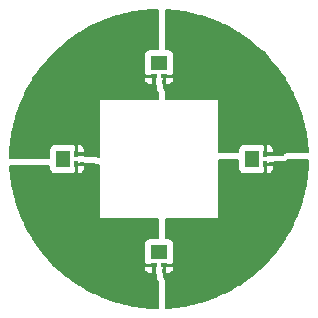
<source format=gbr>
%TF.GenerationSoftware,KiCad,Pcbnew,7.0.7*%
%TF.CreationDate,2024-01-19T08:56:41-05:00*%
%TF.ProjectId,LED_board,4c45445f-626f-4617-9264-2e6b69636164,rev?*%
%TF.SameCoordinates,Original*%
%TF.FileFunction,Copper,L1,Top*%
%TF.FilePolarity,Positive*%
%FSLAX46Y46*%
G04 Gerber Fmt 4.6, Leading zero omitted, Abs format (unit mm)*
G04 Created by KiCad (PCBNEW 7.0.7) date 2024-01-19 08:56:41*
%MOMM*%
%LPD*%
G01*
G04 APERTURE LIST*
%TA.AperFunction,SMDPad,CuDef*%
%ADD10R,0.560000X0.330000*%
%TD*%
%TA.AperFunction,SMDPad,CuDef*%
%ADD11R,1.410000X1.270000*%
%TD*%
%TA.AperFunction,SMDPad,CuDef*%
%ADD12R,0.330000X0.560000*%
%TD*%
%TA.AperFunction,SMDPad,CuDef*%
%ADD13R,1.270000X1.410000*%
%TD*%
%TA.AperFunction,ViaPad*%
%ADD14C,3.000000*%
%TD*%
%TA.AperFunction,Conductor*%
%ADD15C,0.250000*%
%TD*%
G04 APERTURE END LIST*
D10*
%TO.P,D2,1*%
%TO.N,/GND*%
X100430000Y-92955000D03*
%TO.P,D2,2*%
%TO.N,Net-(D1-Pad1)*%
X99570000Y-92955000D03*
D11*
%TO.P,D2,3,EXP*%
%TO.N,unconnected-(D2-EXP-Pad3)*%
X100000000Y-91905000D03*
%TD*%
D12*
%TO.P,D4,1*%
%TO.N,/GND*%
X108955000Y-99570000D03*
%TO.P,D4,2*%
%TO.N,Net-(D3-Pad1)*%
X108955000Y-100430000D03*
D13*
%TO.P,D4,3,EXP*%
%TO.N,unconnected-(D4-EXP-Pad3)*%
X107905000Y-100000000D03*
%TD*%
D12*
%TO.P,D1,1*%
%TO.N,Net-(D1-Pad1)*%
X92955000Y-99570000D03*
%TO.P,D1,2*%
%TO.N,/Vin*%
X92955000Y-100430000D03*
D13*
%TO.P,D1,3,EXP*%
%TO.N,unconnected-(D1-EXP-Pad3)*%
X91905000Y-100000000D03*
%TD*%
D10*
%TO.P,D3,1*%
%TO.N,Net-(D3-Pad1)*%
X100430000Y-108955000D03*
%TO.P,D3,2*%
%TO.N,/Vin*%
X99570000Y-108955000D03*
D11*
%TO.P,D3,3,EXP*%
%TO.N,unconnected-(D3-EXP-Pad3)*%
X100000000Y-107905000D03*
%TD*%
D14*
%TO.N,/Vin*%
X92000000Y-108000000D03*
%TO.N,/GND*%
X108000000Y-92000000D03*
%TD*%
D15*
%TO.N,Net-(D1-Pad1)*%
X99570000Y-92955000D02*
X99570000Y-93930000D01*
X92955000Y-98545000D02*
X93000000Y-98500000D01*
X92955000Y-99570000D02*
X92955000Y-98545000D01*
X99570000Y-93930000D02*
X99500000Y-94000000D01*
X98045000Y-92955000D02*
X98000000Y-93000000D01*
X93930000Y-99570000D02*
X94000000Y-99500000D01*
X92955000Y-99570000D02*
X93930000Y-99570000D01*
X99570000Y-92955000D02*
X98045000Y-92955000D01*
%TO.N,/Vin*%
X99570000Y-108955000D02*
X98545000Y-108955000D01*
X94430000Y-100430000D02*
X94500000Y-100500000D01*
X98545000Y-108955000D02*
X98500000Y-109000000D01*
X92955000Y-100430000D02*
X94430000Y-100430000D01*
X92955000Y-100430000D02*
X92955000Y-102455000D01*
X99570000Y-108955000D02*
X99570000Y-109930000D01*
X99570000Y-109930000D02*
X99500000Y-110000000D01*
X92955000Y-102455000D02*
X93000000Y-102500000D01*
%TO.N,/GND*%
X100430000Y-92955000D02*
X100430000Y-93930000D01*
X108955000Y-99570000D02*
X110430000Y-99570000D01*
X108955000Y-98545000D02*
X109000000Y-98500000D01*
X100430000Y-93930000D02*
X100500000Y-94000000D01*
X100430000Y-92955000D02*
X101955000Y-92955000D01*
X110430000Y-99570000D02*
X110500000Y-99500000D01*
X101955000Y-92955000D02*
X102000000Y-93000000D01*
X108955000Y-99570000D02*
X108955000Y-98545000D01*
%TO.N,Net-(D3-Pad1)*%
X100430000Y-108955000D02*
X100430000Y-109930000D01*
X108955000Y-101455000D02*
X109000000Y-101500000D01*
X101955000Y-108955000D02*
X102000000Y-109000000D01*
X109930000Y-100430000D02*
X110000000Y-100500000D01*
X100430000Y-108955000D02*
X101955000Y-108955000D01*
X108955000Y-100430000D02*
X109930000Y-100430000D01*
X108955000Y-100430000D02*
X108955000Y-101455000D01*
X100430000Y-109930000D02*
X100500000Y-110000000D01*
%TD*%
%TA.AperFunction,Conductor*%
%TO.N,Net-(D1-Pad1)*%
G36*
X99940087Y-87321872D02*
G01*
X99987305Y-87373372D01*
X100000000Y-87428027D01*
X100000000Y-90645500D01*
X99980315Y-90712539D01*
X99927511Y-90758294D01*
X99876000Y-90769500D01*
X99247129Y-90769500D01*
X99247123Y-90769501D01*
X99187516Y-90775908D01*
X99052671Y-90826202D01*
X99052664Y-90826206D01*
X98937455Y-90912452D01*
X98937452Y-90912455D01*
X98851206Y-91027664D01*
X98851202Y-91027671D01*
X98800908Y-91162517D01*
X98794501Y-91222116D01*
X98794500Y-91222135D01*
X98794500Y-92587870D01*
X98794501Y-92587874D01*
X98799827Y-92637417D01*
X98797214Y-92679185D01*
X98796402Y-92682619D01*
X98790000Y-92742171D01*
X98790000Y-92790000D01*
X98794876Y-92790000D01*
X98861915Y-92809685D01*
X98894140Y-92839686D01*
X98937454Y-92897546D01*
X98937455Y-92897546D01*
X98937456Y-92897548D01*
X98943725Y-92903817D01*
X98942550Y-92904991D01*
X98978240Y-92952666D01*
X98983224Y-93022358D01*
X98949739Y-93083681D01*
X98888416Y-93117166D01*
X98862058Y-93120000D01*
X98790000Y-93120000D01*
X98790000Y-93167844D01*
X98796401Y-93227372D01*
X98796403Y-93227379D01*
X98846645Y-93362086D01*
X98846649Y-93362093D01*
X98932809Y-93477187D01*
X98932812Y-93477190D01*
X99047906Y-93563350D01*
X99047913Y-93563354D01*
X99182620Y-93613596D01*
X99182627Y-93613598D01*
X99242155Y-93619999D01*
X99242172Y-93620000D01*
X99405000Y-93620000D01*
X99405000Y-93207071D01*
X99424685Y-93140032D01*
X99477489Y-93094277D01*
X99546647Y-93084333D01*
X99610203Y-93113358D01*
X99647977Y-93172136D01*
X99652290Y-93193818D01*
X99655908Y-93227483D01*
X99706202Y-93362327D01*
X99706203Y-93362328D01*
X99706204Y-93362331D01*
X99710265Y-93367755D01*
X99734684Y-93433216D01*
X99735000Y-93442068D01*
X99735000Y-93620000D01*
X99768181Y-93653181D01*
X99801666Y-93714504D01*
X99804500Y-93740862D01*
X99804500Y-93847255D01*
X99802775Y-93862872D01*
X99803061Y-93862899D01*
X99802326Y-93870665D01*
X99804500Y-93939814D01*
X99804500Y-93969343D01*
X99804501Y-93969360D01*
X99805368Y-93976231D01*
X99805826Y-93982050D01*
X99807290Y-94028624D01*
X99807291Y-94028627D01*
X99812880Y-94047867D01*
X99816824Y-94066911D01*
X99819336Y-94086791D01*
X99836490Y-94130119D01*
X99838382Y-94135647D01*
X99851381Y-94180388D01*
X99861580Y-94197634D01*
X99870138Y-94215103D01*
X99877514Y-94233732D01*
X99904898Y-94271423D01*
X99908106Y-94276307D01*
X99931829Y-94316420D01*
X99945994Y-94330585D01*
X99958627Y-94345376D01*
X99974991Y-94367898D01*
X99972613Y-94369625D01*
X99997927Y-94419614D01*
X100000000Y-94442196D01*
X100000000Y-94875500D01*
X99980315Y-94942539D01*
X99927511Y-94988294D01*
X99876000Y-94999500D01*
X95024760Y-94999500D01*
X95024554Y-94999459D01*
X95000000Y-94999459D01*
X94999901Y-94999500D01*
X94999617Y-94999616D01*
X94999615Y-94999618D01*
X94999459Y-94999999D01*
X94999476Y-95024616D01*
X94999471Y-95024616D01*
X94999500Y-95024759D01*
X94999500Y-99821096D01*
X94979815Y-99888135D01*
X94927011Y-99933890D01*
X94857853Y-99943834D01*
X94807569Y-99923426D01*
X94807421Y-99923697D01*
X94805118Y-99922431D01*
X94802617Y-99921416D01*
X94800581Y-99919936D01*
X94783029Y-99910288D01*
X94766763Y-99899604D01*
X94750936Y-99887327D01*
X94750935Y-99887326D01*
X94750933Y-99887325D01*
X94708168Y-99868818D01*
X94702922Y-99866248D01*
X94662093Y-99843803D01*
X94662092Y-99843802D01*
X94642693Y-99838822D01*
X94624281Y-99832518D01*
X94605898Y-99824562D01*
X94605892Y-99824560D01*
X94559874Y-99817272D01*
X94554152Y-99816087D01*
X94509021Y-99804500D01*
X94509019Y-99804500D01*
X94488984Y-99804500D01*
X94469586Y-99802973D01*
X94462162Y-99801797D01*
X94449805Y-99799840D01*
X94449804Y-99799840D01*
X94403416Y-99804225D01*
X94397578Y-99804500D01*
X93740862Y-99804500D01*
X93673823Y-99784815D01*
X93653181Y-99768181D01*
X93620000Y-99735000D01*
X93442069Y-99735000D01*
X93375030Y-99715315D01*
X93367758Y-99710267D01*
X93362328Y-99706202D01*
X93362329Y-99706202D01*
X93227482Y-99655908D01*
X93227483Y-99655908D01*
X93193815Y-99652289D01*
X93129264Y-99625551D01*
X93089416Y-99568159D01*
X93086922Y-99498334D01*
X93122574Y-99438245D01*
X93185054Y-99406970D01*
X93207070Y-99405000D01*
X93620000Y-99405000D01*
X93620000Y-99242172D01*
X93619999Y-99242155D01*
X93613598Y-99182627D01*
X93613596Y-99182620D01*
X93563354Y-99047913D01*
X93563350Y-99047906D01*
X93477190Y-98932812D01*
X93477187Y-98932809D01*
X93362093Y-98846649D01*
X93362086Y-98846645D01*
X93227379Y-98796403D01*
X93227372Y-98796401D01*
X93167844Y-98790000D01*
X93120000Y-98790000D01*
X93120000Y-98862057D01*
X93100315Y-98929096D01*
X93047511Y-98974851D01*
X92978353Y-98984795D01*
X92914797Y-98955770D01*
X92900412Y-98940320D01*
X92897547Y-98937455D01*
X92839688Y-98894141D01*
X92797818Y-98838207D01*
X92790000Y-98794875D01*
X92790000Y-98790000D01*
X92742172Y-98790000D01*
X92682615Y-98796402D01*
X92679178Y-98797215D01*
X92637417Y-98799826D01*
X92587873Y-98794500D01*
X92587864Y-98794500D01*
X91222129Y-98794500D01*
X91222123Y-98794501D01*
X91162516Y-98800908D01*
X91027671Y-98851202D01*
X91027664Y-98851206D01*
X90912455Y-98937452D01*
X90912452Y-98937455D01*
X90826206Y-99052664D01*
X90826202Y-99052671D01*
X90775910Y-99187513D01*
X90775909Y-99187517D01*
X90769500Y-99247127D01*
X90769500Y-99876001D01*
X90749817Y-99943039D01*
X90697013Y-99988794D01*
X90645501Y-100000000D01*
X87428028Y-100000000D01*
X87360989Y-99980315D01*
X87315234Y-99927511D01*
X87304077Y-99872522D01*
X87312616Y-99568159D01*
X87318481Y-99359120D01*
X87326462Y-99216993D01*
X87374368Y-98649047D01*
X87390305Y-98507602D01*
X87469976Y-97943263D01*
X87493821Y-97802922D01*
X87605008Y-97243947D01*
X87636686Y-97105152D01*
X87779036Y-96553305D01*
X87818465Y-96416447D01*
X87991532Y-95873455D01*
X88038539Y-95739118D01*
X88241797Y-95206639D01*
X88296266Y-95075136D01*
X88529057Y-94554901D01*
X88543772Y-94524343D01*
X88590823Y-94426639D01*
X88852429Y-93920252D01*
X88921268Y-93795697D01*
X89210854Y-93304778D01*
X89286590Y-93184247D01*
X89603231Y-92710359D01*
X89685593Y-92594281D01*
X90028305Y-92138896D01*
X90117096Y-92027558D01*
X90205841Y-91922462D01*
X90484764Y-91592151D01*
X90579646Y-91485977D01*
X90971167Y-91071851D01*
X91071851Y-90971167D01*
X91485977Y-90579646D01*
X91592151Y-90484764D01*
X92027558Y-90117096D01*
X92052828Y-90096943D01*
X92138896Y-90028305D01*
X92594281Y-89685593D01*
X92710359Y-89603231D01*
X93184243Y-89286592D01*
X93304778Y-89210854D01*
X93795697Y-88921268D01*
X93920252Y-88852429D01*
X94426639Y-88590823D01*
X94554901Y-88529057D01*
X94592852Y-88512074D01*
X95075136Y-88296266D01*
X95206639Y-88241797D01*
X95739118Y-88038539D01*
X95873455Y-87991532D01*
X96416484Y-87818453D01*
X96553296Y-87779039D01*
X97105152Y-87636686D01*
X97243947Y-87605008D01*
X97802922Y-87493821D01*
X97943263Y-87469976D01*
X98507602Y-87390305D01*
X98649047Y-87374368D01*
X99216993Y-87326462D01*
X99359109Y-87318481D01*
X99872524Y-87304076D01*
X99940087Y-87321872D01*
G37*
%TD.AperFunction*%
%TD*%
%TA.AperFunction,Conductor*%
%TO.N,/GND*%
G36*
X100640886Y-87318481D02*
G01*
X100783014Y-87326463D01*
X101350925Y-87374365D01*
X101492386Y-87390303D01*
X102056725Y-87469975D01*
X102197090Y-87493824D01*
X102756065Y-87605011D01*
X102894849Y-87636687D01*
X103409401Y-87769417D01*
X103446687Y-87779035D01*
X103583549Y-87818464D01*
X104126516Y-87991524D01*
X104260898Y-88038545D01*
X104793347Y-88241792D01*
X104924887Y-88296277D01*
X105247488Y-88440631D01*
X105445098Y-88529057D01*
X105573378Y-88590832D01*
X106079725Y-88852417D01*
X106204330Y-88921285D01*
X106695206Y-89210845D01*
X106769218Y-89257350D01*
X106815761Y-89286596D01*
X106953029Y-89378315D01*
X107289631Y-89603225D01*
X107405739Y-89685609D01*
X107861098Y-90028301D01*
X107898054Y-90057773D01*
X107972441Y-90117096D01*
X108407838Y-90484755D01*
X108514024Y-90579648D01*
X108866043Y-90912452D01*
X108928130Y-90971150D01*
X109028849Y-91071869D01*
X109170901Y-91222123D01*
X109420343Y-91485966D01*
X109515244Y-91592161D01*
X109882903Y-92027558D01*
X109971706Y-92138911D01*
X110314388Y-92594257D01*
X110396784Y-92710383D01*
X110713403Y-93184238D01*
X110789154Y-93304794D01*
X110823093Y-93362327D01*
X111078712Y-93795665D01*
X111127628Y-93884172D01*
X111147586Y-93920282D01*
X111209543Y-94040211D01*
X111409164Y-94426616D01*
X111470942Y-94554901D01*
X111703720Y-95075106D01*
X111758206Y-95206648D01*
X111961446Y-95739080D01*
X112008475Y-95873481D01*
X112181534Y-96416447D01*
X112220964Y-96553312D01*
X112363305Y-97105123D01*
X112394993Y-97243955D01*
X112506173Y-97802895D01*
X112530025Y-97943280D01*
X112609691Y-98507583D01*
X112625634Y-98649078D01*
X112673534Y-99216958D01*
X112681518Y-99359120D01*
X112681740Y-99367020D01*
X112663945Y-99434586D01*
X112612446Y-99481804D01*
X112557789Y-99494500D01*
X110930643Y-99494500D01*
X110907562Y-99495556D01*
X110873517Y-99498676D01*
X110851561Y-99501704D01*
X110827778Y-99504985D01*
X110827774Y-99504985D01*
X110691452Y-99551007D01*
X110691441Y-99551012D01*
X110616764Y-99588793D01*
X110616467Y-99589226D01*
X110596119Y-99602675D01*
X110570774Y-99616048D01*
X110570767Y-99616053D01*
X110540212Y-99638254D01*
X110524618Y-99650547D01*
X110520538Y-99654031D01*
X110505672Y-99664923D01*
X110503736Y-99666131D01*
X110498403Y-99669635D01*
X110431565Y-99689994D01*
X110430316Y-99690000D01*
X110431871Y-99690000D01*
X110389532Y-99691329D01*
X110384183Y-99691266D01*
X110365285Y-99690227D01*
X110361152Y-99690000D01*
X109727323Y-99690000D01*
X109700284Y-99691449D01*
X109700276Y-99691449D01*
X109700273Y-99691450D01*
X109700272Y-99691450D01*
X109660464Y-99695731D01*
X109607054Y-99704385D01*
X109607043Y-99704388D01*
X109545935Y-99727181D01*
X109502601Y-99735000D01*
X109442069Y-99735000D01*
X109375030Y-99715315D01*
X109367758Y-99710267D01*
X109362328Y-99706202D01*
X109362329Y-99706202D01*
X109227482Y-99655908D01*
X109227483Y-99655908D01*
X109193815Y-99652289D01*
X109129264Y-99625551D01*
X109089416Y-99568159D01*
X109086922Y-99498334D01*
X109122574Y-99438245D01*
X109185054Y-99406970D01*
X109207070Y-99405000D01*
X109620000Y-99405000D01*
X109620000Y-99242172D01*
X109619999Y-99242155D01*
X109613598Y-99182627D01*
X109613596Y-99182620D01*
X109563354Y-99047913D01*
X109563350Y-99047906D01*
X109477190Y-98932812D01*
X109477187Y-98932809D01*
X109362093Y-98846649D01*
X109362086Y-98846645D01*
X109227379Y-98796403D01*
X109227372Y-98796401D01*
X109167844Y-98790000D01*
X109120000Y-98790000D01*
X109120000Y-98862057D01*
X109100315Y-98929096D01*
X109047511Y-98974851D01*
X108978353Y-98984795D01*
X108914797Y-98955770D01*
X108900412Y-98940320D01*
X108897547Y-98937455D01*
X108839688Y-98894141D01*
X108797818Y-98838207D01*
X108790000Y-98794875D01*
X108790000Y-98790000D01*
X108742172Y-98790000D01*
X108682615Y-98796402D01*
X108679178Y-98797215D01*
X108637417Y-98799826D01*
X108587873Y-98794500D01*
X108587864Y-98794500D01*
X107222129Y-98794500D01*
X107222123Y-98794501D01*
X107162516Y-98800908D01*
X107027671Y-98851202D01*
X107027664Y-98851206D01*
X106912455Y-98937452D01*
X106912452Y-98937455D01*
X106826206Y-99052664D01*
X106826202Y-99052671D01*
X106775908Y-99187517D01*
X106769501Y-99247116D01*
X106769500Y-99247135D01*
X106769500Y-99370500D01*
X106749815Y-99437539D01*
X106697011Y-99483294D01*
X106645500Y-99494500D01*
X105124500Y-99494500D01*
X105057461Y-99474815D01*
X105011706Y-99422011D01*
X105000500Y-99370500D01*
X105000499Y-95008338D01*
X105000539Y-95000002D01*
X105000541Y-95000000D01*
X105000383Y-94999617D01*
X105000382Y-94999616D01*
X105000099Y-94999500D01*
X105000000Y-94999459D01*
X104975446Y-94999459D01*
X104975240Y-94999500D01*
X100629500Y-94999500D01*
X100562461Y-94979815D01*
X100516706Y-94927011D01*
X100505500Y-94875500D01*
X100505500Y-94430626D01*
X100504441Y-94407515D01*
X100504441Y-94407514D01*
X100504441Y-94407508D01*
X100501310Y-94373404D01*
X100494973Y-94327549D01*
X100448901Y-94191245D01*
X100423587Y-94141256D01*
X100411093Y-94116584D01*
X100410696Y-94116311D01*
X100397228Y-94095943D01*
X100383942Y-94070763D01*
X100361744Y-94040211D01*
X100349454Y-94024623D01*
X100345976Y-94020550D01*
X100335034Y-94005610D01*
X100333874Y-94003749D01*
X100330354Y-93998390D01*
X100310006Y-93931549D01*
X100310000Y-93930320D01*
X100310000Y-93931861D01*
X100308668Y-93889533D01*
X100308730Y-93884199D01*
X100310000Y-93861161D01*
X100310000Y-93727323D01*
X100308551Y-93700284D01*
X100304269Y-93660464D01*
X100295614Y-93607052D01*
X100272818Y-93545934D01*
X100265000Y-93502600D01*
X100265000Y-93442068D01*
X100284685Y-93375029D01*
X100289722Y-93367772D01*
X100293796Y-93362331D01*
X100344091Y-93227483D01*
X100344103Y-93227372D01*
X100347711Y-93193817D01*
X100374449Y-93129267D01*
X100431842Y-93089419D01*
X100501667Y-93086926D01*
X100561756Y-93122579D01*
X100593030Y-93185059D01*
X100595000Y-93207074D01*
X100595000Y-93620000D01*
X100757828Y-93620000D01*
X100757844Y-93619999D01*
X100817372Y-93613598D01*
X100817379Y-93613596D01*
X100952086Y-93563354D01*
X100952093Y-93563350D01*
X101067187Y-93477190D01*
X101067190Y-93477187D01*
X101153350Y-93362093D01*
X101153354Y-93362086D01*
X101203596Y-93227379D01*
X101203598Y-93227372D01*
X101209999Y-93167844D01*
X101210000Y-93167827D01*
X101210000Y-93120000D01*
X101137942Y-93120000D01*
X101070903Y-93100315D01*
X101025148Y-93047511D01*
X101015204Y-92978353D01*
X101044229Y-92914797D01*
X101059676Y-92900415D01*
X101062543Y-92897548D01*
X101062542Y-92897548D01*
X101062546Y-92897546D01*
X101105858Y-92839687D01*
X101161791Y-92797818D01*
X101205124Y-92790000D01*
X101210000Y-92790000D01*
X101210000Y-92742172D01*
X101209999Y-92742155D01*
X101203598Y-92682631D01*
X101202785Y-92679187D01*
X101200173Y-92637417D01*
X101205500Y-92587873D01*
X101205499Y-91222128D01*
X101199091Y-91162517D01*
X101148796Y-91027669D01*
X101148795Y-91027668D01*
X101148793Y-91027664D01*
X101062547Y-90912455D01*
X101062544Y-90912452D01*
X100947335Y-90826206D01*
X100947328Y-90826202D01*
X100812482Y-90775908D01*
X100812483Y-90775908D01*
X100752883Y-90769501D01*
X100752881Y-90769500D01*
X100752873Y-90769500D01*
X100752865Y-90769500D01*
X100629500Y-90769500D01*
X100562461Y-90749815D01*
X100516706Y-90697011D01*
X100505500Y-90645500D01*
X100505500Y-87442209D01*
X100525185Y-87375170D01*
X100577989Y-87329415D01*
X100632980Y-87318259D01*
X100640886Y-87318481D01*
G37*
%TD.AperFunction*%
%TD*%
%TA.AperFunction,Conductor*%
%TO.N,/Vin*%
G36*
X93532031Y-100270022D02*
G01*
X93568702Y-100280790D01*
X93598437Y-100289522D01*
X93598442Y-100289523D01*
X93598446Y-100289524D01*
X93740862Y-100310000D01*
X93740865Y-100310000D01*
X94403525Y-100310000D01*
X94403527Y-100310000D01*
X94415421Y-100309720D01*
X94423511Y-100309339D01*
X94483893Y-100321847D01*
X94491124Y-100325390D01*
X94493138Y-100326318D01*
X94509298Y-100335284D01*
X94512229Y-100337210D01*
X94513809Y-100338248D01*
X94520592Y-100342331D01*
X94521585Y-100343411D01*
X94530804Y-100348479D01*
X94530826Y-100348492D01*
X94540850Y-100354002D01*
X94563767Y-100366601D01*
X94563782Y-100366608D01*
X94563907Y-100366677D01*
X94563923Y-100366684D01*
X94582184Y-100376721D01*
X94583480Y-100378024D01*
X94584218Y-100378324D01*
X94587090Y-100379690D01*
X94590672Y-100380944D01*
X94617469Y-100391818D01*
X94617469Y-100391819D01*
X94628634Y-100396350D01*
X94630736Y-100397314D01*
X94630740Y-100397314D01*
X94630880Y-100397379D01*
X94634096Y-100398566D01*
X94667753Y-100412227D01*
X94785917Y-100444189D01*
X94875500Y-100444188D01*
X94942538Y-100463872D01*
X94988294Y-100516675D01*
X94999500Y-100568188D01*
X94999500Y-104975467D01*
X94999416Y-104975889D01*
X94999459Y-105000001D01*
X94999500Y-105000099D01*
X94999616Y-105000382D01*
X94999618Y-105000384D01*
X94999808Y-105000462D01*
X95000000Y-105000541D01*
X95000002Y-105000539D01*
X95024616Y-105000524D01*
X95024616Y-105000528D01*
X95024760Y-105000500D01*
X99876000Y-105000500D01*
X99943039Y-105020185D01*
X99988794Y-105072989D01*
X100000000Y-105124500D01*
X100000000Y-106645500D01*
X99980315Y-106712539D01*
X99927511Y-106758294D01*
X99876000Y-106769500D01*
X99247129Y-106769500D01*
X99247123Y-106769501D01*
X99187516Y-106775908D01*
X99052671Y-106826202D01*
X99052664Y-106826206D01*
X98937455Y-106912452D01*
X98937452Y-106912455D01*
X98851206Y-107027664D01*
X98851202Y-107027671D01*
X98800908Y-107162517D01*
X98794501Y-107222116D01*
X98794500Y-107222135D01*
X98794500Y-108587870D01*
X98794501Y-108587874D01*
X98799827Y-108637417D01*
X98797214Y-108679185D01*
X98796402Y-108682619D01*
X98790000Y-108742171D01*
X98790000Y-108790000D01*
X98794876Y-108790000D01*
X98861915Y-108809685D01*
X98894140Y-108839686D01*
X98937454Y-108897546D01*
X98937455Y-108897546D01*
X98937456Y-108897548D01*
X98943725Y-108903817D01*
X98942550Y-108904991D01*
X98978240Y-108952666D01*
X98983224Y-109022358D01*
X98949739Y-109083681D01*
X98888416Y-109117166D01*
X98862058Y-109120000D01*
X98790000Y-109120000D01*
X98790000Y-109167844D01*
X98796401Y-109227372D01*
X98796403Y-109227379D01*
X98846645Y-109362086D01*
X98846649Y-109362093D01*
X98932809Y-109477187D01*
X98932812Y-109477190D01*
X99047906Y-109563350D01*
X99047913Y-109563354D01*
X99182620Y-109613596D01*
X99182627Y-109613598D01*
X99242155Y-109619999D01*
X99242172Y-109620000D01*
X99405000Y-109620000D01*
X99405000Y-109207071D01*
X99424685Y-109140032D01*
X99477489Y-109094277D01*
X99546647Y-109084333D01*
X99610203Y-109113358D01*
X99647977Y-109172136D01*
X99652290Y-109193818D01*
X99655908Y-109227483D01*
X99706202Y-109362327D01*
X99706203Y-109362328D01*
X99706204Y-109362331D01*
X99710265Y-109367755D01*
X99734684Y-109433216D01*
X99735000Y-109442068D01*
X99735000Y-109620000D01*
X99768181Y-109653181D01*
X99801666Y-109714504D01*
X99804500Y-109740862D01*
X99804500Y-109847255D01*
X99802775Y-109862872D01*
X99803061Y-109862899D01*
X99802326Y-109870665D01*
X99804500Y-109939814D01*
X99804500Y-109969343D01*
X99804501Y-109969360D01*
X99805368Y-109976231D01*
X99805826Y-109982050D01*
X99807290Y-110028624D01*
X99807291Y-110028627D01*
X99812880Y-110047867D01*
X99816824Y-110066911D01*
X99819336Y-110086791D01*
X99836490Y-110130119D01*
X99838382Y-110135647D01*
X99851381Y-110180388D01*
X99861580Y-110197634D01*
X99870138Y-110215103D01*
X99877514Y-110233732D01*
X99904898Y-110271423D01*
X99908106Y-110276307D01*
X99931829Y-110316420D01*
X99945994Y-110330585D01*
X99958627Y-110345376D01*
X99974991Y-110367898D01*
X99972613Y-110369625D01*
X99997926Y-110419616D01*
X99999999Y-110442195D01*
X99999999Y-112571972D01*
X99980314Y-112639011D01*
X99927510Y-112684766D01*
X99872521Y-112695923D01*
X99359132Y-112681518D01*
X99216958Y-112673534D01*
X98649078Y-112625634D01*
X98507583Y-112609691D01*
X97943280Y-112530025D01*
X97802895Y-112506173D01*
X97243955Y-112394993D01*
X97105123Y-112363305D01*
X96553312Y-112220964D01*
X96416447Y-112181534D01*
X95873481Y-112008475D01*
X95739080Y-111961446D01*
X95206648Y-111758206D01*
X95173542Y-111744493D01*
X95075098Y-111703716D01*
X94554901Y-111470942D01*
X94426616Y-111409164D01*
X93920300Y-111147595D01*
X93857978Y-111113151D01*
X93795665Y-111078712D01*
X93304809Y-110789163D01*
X93270566Y-110767647D01*
X93184238Y-110713403D01*
X92710383Y-110396784D01*
X92594257Y-110314388D01*
X92265426Y-110066918D01*
X92138902Y-109971699D01*
X92135969Y-109969360D01*
X92114418Y-109952173D01*
X92027558Y-109882903D01*
X91592161Y-109515244D01*
X91549575Y-109477187D01*
X91485977Y-109420353D01*
X91071869Y-109028849D01*
X90971150Y-108928130D01*
X90942235Y-108897546D01*
X90579648Y-108514024D01*
X90484755Y-108407838D01*
X90117096Y-107972441D01*
X90057773Y-107898054D01*
X90028301Y-107861098D01*
X89685609Y-107405739D01*
X89603215Y-107289616D01*
X89558120Y-107222127D01*
X89428185Y-107027664D01*
X89286596Y-106815761D01*
X89257350Y-106769218D01*
X89210845Y-106695206D01*
X88921285Y-106204330D01*
X88852417Y-106079725D01*
X88590832Y-105573378D01*
X88529057Y-105445098D01*
X88338920Y-105020185D01*
X88296277Y-104924887D01*
X88241787Y-104793335D01*
X88038545Y-104260898D01*
X87991524Y-104126516D01*
X87818464Y-103583549D01*
X87779035Y-103446687D01*
X87636694Y-102894876D01*
X87605011Y-102756065D01*
X87493824Y-102197090D01*
X87469975Y-102056725D01*
X87390307Y-101492409D01*
X87374365Y-101350925D01*
X87326463Y-100783014D01*
X87318481Y-100640881D01*
X87318260Y-100632983D01*
X87336051Y-100565420D01*
X87387547Y-100518199D01*
X87442210Y-100505500D01*
X90645501Y-100505500D01*
X90712540Y-100525185D01*
X90758295Y-100577989D01*
X90769501Y-100629500D01*
X90769501Y-100752876D01*
X90775908Y-100812483D01*
X90826202Y-100947328D01*
X90826206Y-100947335D01*
X90912452Y-101062544D01*
X90912455Y-101062547D01*
X91027664Y-101148793D01*
X91027671Y-101148797D01*
X91162517Y-101199091D01*
X91162516Y-101199091D01*
X91169444Y-101199835D01*
X91222127Y-101205500D01*
X92587872Y-101205499D01*
X92587874Y-101205498D01*
X92587888Y-101205498D01*
X92627879Y-101201198D01*
X92637417Y-101200173D01*
X92679190Y-101202786D01*
X92682628Y-101203598D01*
X92742155Y-101209999D01*
X92742172Y-101210000D01*
X92790000Y-101210000D01*
X92790000Y-101205123D01*
X92809685Y-101138084D01*
X92839686Y-101105859D01*
X92897546Y-101062546D01*
X92897548Y-101062542D01*
X92903820Y-101056272D01*
X92904995Y-101057447D01*
X92952666Y-101021761D01*
X93022358Y-101016777D01*
X93083681Y-101050262D01*
X93117166Y-101111585D01*
X93120000Y-101137943D01*
X93120000Y-101210000D01*
X93167828Y-101210000D01*
X93167844Y-101209999D01*
X93227372Y-101203598D01*
X93227379Y-101203596D01*
X93362086Y-101153354D01*
X93362093Y-101153350D01*
X93477187Y-101067190D01*
X93477190Y-101067187D01*
X93563350Y-100952093D01*
X93563354Y-100952086D01*
X93613596Y-100817379D01*
X93613598Y-100817372D01*
X93619999Y-100757844D01*
X93620000Y-100757827D01*
X93620000Y-100595000D01*
X93207071Y-100595000D01*
X93140032Y-100575315D01*
X93094277Y-100522511D01*
X93084333Y-100453353D01*
X93113358Y-100389797D01*
X93172136Y-100352023D01*
X93193818Y-100347710D01*
X93227483Y-100344091D01*
X93362329Y-100293797D01*
X93362329Y-100293796D01*
X93362331Y-100293796D01*
X93367758Y-100289732D01*
X93433222Y-100265316D01*
X93442069Y-100265000D01*
X93497098Y-100265000D01*
X93532031Y-100270022D01*
G37*
%TD.AperFunction*%
%TD*%
%TA.AperFunction,Conductor*%
%TO.N,Net-(D3-Pad1)*%
G36*
X106712540Y-100019685D02*
G01*
X106758295Y-100072489D01*
X106769501Y-100124000D01*
X106769501Y-100752876D01*
X106775908Y-100812483D01*
X106826202Y-100947328D01*
X106826206Y-100947335D01*
X106912452Y-101062544D01*
X106912455Y-101062547D01*
X107027664Y-101148793D01*
X107027671Y-101148797D01*
X107162517Y-101199091D01*
X107162516Y-101199091D01*
X107169444Y-101199835D01*
X107222127Y-101205500D01*
X108587872Y-101205499D01*
X108587874Y-101205498D01*
X108587888Y-101205498D01*
X108627879Y-101201198D01*
X108637417Y-101200173D01*
X108679190Y-101202786D01*
X108682628Y-101203598D01*
X108742155Y-101209999D01*
X108742172Y-101210000D01*
X108790000Y-101210000D01*
X108790000Y-101205123D01*
X108809685Y-101138084D01*
X108839686Y-101105859D01*
X108897546Y-101062546D01*
X108897548Y-101062542D01*
X108903820Y-101056272D01*
X108904995Y-101057447D01*
X108952666Y-101021761D01*
X109022358Y-101016777D01*
X109083681Y-101050262D01*
X109117166Y-101111585D01*
X109120000Y-101137943D01*
X109120000Y-101210000D01*
X109167828Y-101210000D01*
X109167844Y-101209999D01*
X109227372Y-101203598D01*
X109227379Y-101203596D01*
X109362086Y-101153354D01*
X109362093Y-101153350D01*
X109477187Y-101067190D01*
X109477190Y-101067187D01*
X109563350Y-100952093D01*
X109563354Y-100952086D01*
X109613596Y-100817379D01*
X109613598Y-100817372D01*
X109619999Y-100757844D01*
X109620000Y-100757827D01*
X109620000Y-100595000D01*
X109207071Y-100595000D01*
X109140032Y-100575315D01*
X109094277Y-100522511D01*
X109084333Y-100453353D01*
X109113358Y-100389797D01*
X109172136Y-100352023D01*
X109193818Y-100347710D01*
X109227483Y-100344091D01*
X109362329Y-100293797D01*
X109362329Y-100293796D01*
X109362331Y-100293796D01*
X109367758Y-100289732D01*
X109433222Y-100265316D01*
X109442069Y-100265000D01*
X109620000Y-100265000D01*
X109653181Y-100231819D01*
X109714504Y-100198334D01*
X109740862Y-100195500D01*
X110347257Y-100195500D01*
X110362877Y-100197224D01*
X110362904Y-100196939D01*
X110370660Y-100197671D01*
X110370667Y-100197673D01*
X110439814Y-100195500D01*
X110469350Y-100195500D01*
X110476228Y-100194630D01*
X110482041Y-100194172D01*
X110528627Y-100192709D01*
X110547869Y-100187117D01*
X110566912Y-100183174D01*
X110586792Y-100180664D01*
X110630122Y-100163507D01*
X110635646Y-100161617D01*
X110639396Y-100160527D01*
X110680390Y-100148618D01*
X110697629Y-100138422D01*
X110715103Y-100129862D01*
X110733729Y-100122487D01*
X110733728Y-100122487D01*
X110733732Y-100122486D01*
X110771439Y-100095089D01*
X110776305Y-100091892D01*
X110816420Y-100068170D01*
X110830582Y-100054006D01*
X110845371Y-100041375D01*
X110861587Y-100029594D01*
X110861589Y-100029591D01*
X110867899Y-100025007D01*
X110869622Y-100027379D01*
X110919655Y-100002066D01*
X110942196Y-100000000D01*
X112571972Y-100000000D01*
X112639011Y-100019685D01*
X112684766Y-100072489D01*
X112695923Y-100127478D01*
X112681518Y-100640867D01*
X112673534Y-100783041D01*
X112625634Y-101350921D01*
X112609691Y-101492416D01*
X112530025Y-102056719D01*
X112506173Y-102197104D01*
X112394993Y-102756044D01*
X112363305Y-102894876D01*
X112220964Y-103446687D01*
X112181534Y-103583552D01*
X112008475Y-104126518D01*
X111961446Y-104260919D01*
X111758206Y-104793351D01*
X111703720Y-104924893D01*
X111470942Y-105445098D01*
X111409164Y-105573383D01*
X111147591Y-106079708D01*
X111078712Y-106204334D01*
X110789159Y-106695198D01*
X110713403Y-106815761D01*
X110396784Y-107289616D01*
X110314388Y-107405742D01*
X109971706Y-107861088D01*
X109882903Y-107972441D01*
X109515244Y-108407838D01*
X109420343Y-108514033D01*
X109028849Y-108928130D01*
X108928130Y-109028849D01*
X108514033Y-109420343D01*
X108407838Y-109515244D01*
X107972441Y-109882903D01*
X107861088Y-109971706D01*
X107405742Y-110314388D01*
X107289616Y-110396784D01*
X106815761Y-110713403D01*
X106695198Y-110789159D01*
X106204334Y-111078712D01*
X106079708Y-111147591D01*
X105573383Y-111409164D01*
X105445098Y-111470942D01*
X104924893Y-111703720D01*
X104793351Y-111758206D01*
X104260919Y-111961446D01*
X104126518Y-112008475D01*
X103583552Y-112181534D01*
X103446687Y-112220964D01*
X102894876Y-112363305D01*
X102756044Y-112394993D01*
X102197104Y-112506173D01*
X102056719Y-112530025D01*
X101492416Y-112609691D01*
X101350921Y-112625634D01*
X100783041Y-112673534D01*
X100706571Y-112677828D01*
X100640863Y-112681518D01*
X100636950Y-112681628D01*
X100632959Y-112681740D01*
X100565396Y-112663933D01*
X100518186Y-112612427D01*
X100505499Y-112557788D01*
X100505499Y-110430625D01*
X100504440Y-110407510D01*
X100504440Y-110407509D01*
X100504440Y-110407503D01*
X100501309Y-110373400D01*
X100494975Y-110327567D01*
X100448907Y-110191261D01*
X100423594Y-110141270D01*
X100411098Y-110116592D01*
X100410688Y-110116310D01*
X100397242Y-110095967D01*
X100383944Y-110070766D01*
X100361744Y-110040211D01*
X100349456Y-110024626D01*
X100349454Y-110024623D01*
X100345976Y-110020550D01*
X100335034Y-110005610D01*
X100333874Y-110003749D01*
X100330354Y-109998390D01*
X100310006Y-109931549D01*
X100310000Y-109930320D01*
X100310000Y-109931861D01*
X100308668Y-109889533D01*
X100308730Y-109884199D01*
X100310000Y-109861161D01*
X100310000Y-109727323D01*
X100308551Y-109700284D01*
X100304269Y-109660464D01*
X100295614Y-109607052D01*
X100272818Y-109545934D01*
X100265000Y-109502600D01*
X100265000Y-109442068D01*
X100284685Y-109375029D01*
X100289722Y-109367772D01*
X100293796Y-109362331D01*
X100344091Y-109227483D01*
X100344103Y-109227372D01*
X100347711Y-109193817D01*
X100374449Y-109129267D01*
X100431842Y-109089419D01*
X100501667Y-109086926D01*
X100561756Y-109122579D01*
X100593030Y-109185059D01*
X100595000Y-109207074D01*
X100595000Y-109620000D01*
X100757828Y-109620000D01*
X100757844Y-109619999D01*
X100817372Y-109613598D01*
X100817379Y-109613596D01*
X100952086Y-109563354D01*
X100952093Y-109563350D01*
X101067187Y-109477190D01*
X101067190Y-109477187D01*
X101153350Y-109362093D01*
X101153354Y-109362086D01*
X101203596Y-109227379D01*
X101203598Y-109227372D01*
X101209999Y-109167844D01*
X101210000Y-109167827D01*
X101210000Y-109120000D01*
X101137942Y-109120000D01*
X101070903Y-109100315D01*
X101025148Y-109047511D01*
X101015204Y-108978353D01*
X101044229Y-108914797D01*
X101059676Y-108900415D01*
X101062543Y-108897548D01*
X101062542Y-108897548D01*
X101062546Y-108897546D01*
X101105858Y-108839687D01*
X101161791Y-108797818D01*
X101205124Y-108790000D01*
X101210000Y-108790000D01*
X101210000Y-108742172D01*
X101209999Y-108742155D01*
X101203598Y-108682631D01*
X101202785Y-108679187D01*
X101200173Y-108637417D01*
X101205500Y-108587873D01*
X101205499Y-107222128D01*
X101199091Y-107162517D01*
X101148796Y-107027669D01*
X101148795Y-107027668D01*
X101148793Y-107027664D01*
X101062547Y-106912455D01*
X101062544Y-106912452D01*
X100947335Y-106826206D01*
X100947328Y-106826202D01*
X100812482Y-106775908D01*
X100812483Y-106775908D01*
X100752883Y-106769501D01*
X100752881Y-106769500D01*
X100752873Y-106769500D01*
X100752865Y-106769500D01*
X100629500Y-106769500D01*
X100562461Y-106749815D01*
X100516706Y-106697011D01*
X100505500Y-106645500D01*
X100505500Y-105124500D01*
X100525185Y-105057461D01*
X100577989Y-105011706D01*
X100629500Y-105000500D01*
X104975240Y-105000500D01*
X104975383Y-105000528D01*
X104975384Y-105000524D01*
X104999997Y-105000539D01*
X105000000Y-105000541D01*
X105000383Y-105000383D01*
X105000500Y-105000099D01*
X105000499Y-105000099D01*
X105000541Y-105000000D01*
X105000540Y-104999998D01*
X105006892Y-104985028D01*
X105000521Y-104964747D01*
X105000499Y-104962417D01*
X105000499Y-100124000D01*
X105020184Y-100056961D01*
X105072988Y-100011206D01*
X105124499Y-100000000D01*
X106645501Y-100000000D01*
X106712540Y-100019685D01*
G37*
%TD.AperFunction*%
%TD*%
M02*

</source>
